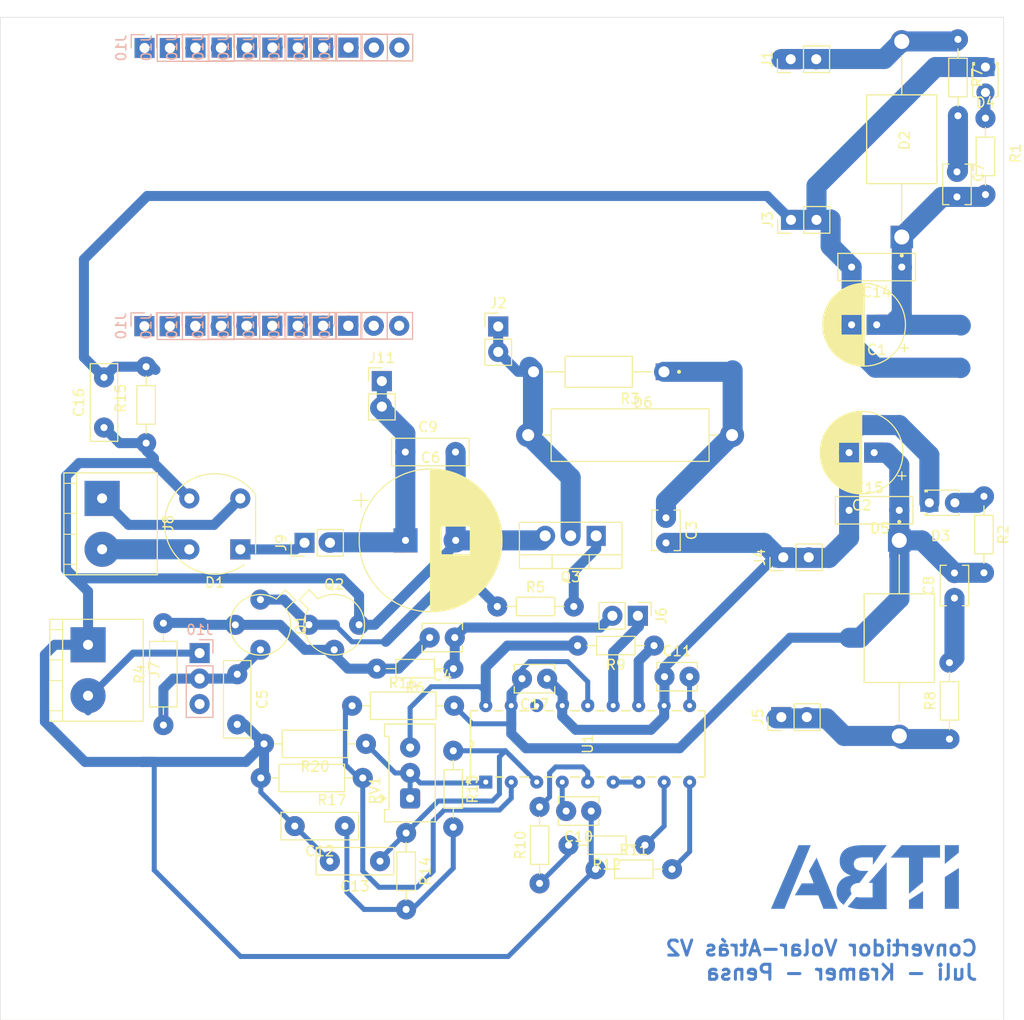
<source format=kicad_pcb>
(kicad_pcb (version 20241229) (generator "pcbnew") (generator_version "9.0")
  (layers (0 "F.Cu" signal) (2 "B.Cu" signal) (13 "F.Paste" user) (15 "B.Paste" user) (5 "F.SilkS" user "F.Silkscreen") (7 "B.SilkS" user "B.Silkscreen") (1 "F.Mask" user) (3 "B.Mask" user) (25 "Edge.Cuts" user))
  (net 0 "")
  (net 1 "GNDREF")
  (net 2 "Vout")
  (net 3 "GND")
  (net 4 "Vrealim")
  (net 5 "Net-(C3-Pad1)")
  (net 6 "Net-(C4-Pad1)")
  (net 7 "16V")
  (net 8 "Net-(D1-+)")
  (net 9 "Net-(U1-CT)")
  (net 10 "Vlinea")
  (net 11 "Vneutro")
  (net 12 "Net-(D3-A)")
  (net 13 "Net-(D4-A)")
  (net 14 "Vdrain")
  (net 15 "Vin")
  (net 16 "Net-(Q1-B)")
  (net 17 "Net-(Q1-E)")
  (net 18 "Net-(Q3-G)")
  (net 19 "Net-(U1-SYNC*)")
  (net 20 "Vref")
  (net 21 "Net-(U1-RESET*)")
  (net 22 "Net-(U1-RTIMING)")
  (net 23 "Net-(U1-SHUTDOWN*)")
  (net 24 "Net-(U1-COMP)")
  (net 25 "Net-(C12-Pad1)")
  (net 26 "Net-(U1-+CURRENT_SENSE)")
  (net 27 "Net-(U1-CSS)")
  (net 28 "Vcontrol")
  (net 29 "Net-(C7-Pad1)")
  (net 30 "Net-(C8-Pad1)")
  (net 31 "Net-(D2-PadA)")
  (net 32 "Net-(D5-PadA)")
  (net 34 "Vrealim'")
  (net 35 "Vref'")
  (net 36 "Vcol")
  (footprint "TCLib:C_2.5mm" (layer "F.Cu") (at 206.1 89.66 -90)
    (property "Reference" "C3")
    (property "Value" "22p-800V")
  )
  (footprint "LED_THT:LED_D1.8mm_W3.3mm_H2.4mm" (layer "F.Cu") (at 237.94 44.71 -90)
    (property "Reference" "D4")
    (property "Value" "LED")
  )
  (footprint "TCLib:PinHeader_1x02_P2.54mm_Vertical" (layer "F.Cu") (at 189.38 70.58)
    (property "Reference" "J2")
    (property "Value" "Connector_2")
  )
  (footprint "TCLib:C_5mm" (layer "F.Cu") (at 224.35 88.91)
    (property "Reference" "C15")
    (property "Value" "1u")
  )
  (footprint "TCLib:C_5mm" (layer "F.Cu") (at 180.12 83.1)
    (property "Reference" "C9")
    (property "Value" "100n-400V")
  )
  (footprint "6A20G:DIOAD1950W125L885D700" (layer "F.Cu") (at 229.6 51.91 90)
    (property "Reference" "D2")
    (property "Value" "6A20G")
  )
  (footprint "TCLib:C_5mm" (layer "F.Cu") (at 177.6 123.9 180)
    (property "Reference" "C13")
    (property "Value" "47p")
  )
  (footprint "TCLib:R_0.125W" (layer "F.Cu") (at 237.94 57.43 90)
    (property "Reference" "R1")
    (property "Value" "1k2")
  )
  (footprint "TCLib:R_0.125W" (layer "F.Cu") (at 199.08 124.7)
    (property "Reference" "R11")
    (property "Value" "18k")
  )
  (footprint "TCLib:R_0.125W" (layer "F.Cu") (at 184.91 104.7 180)
    (property "Reference" "R6")
    (property "Value" "470-0.125W")
  )
  (footprint "TCLib:R_0.125W" (layer "F.Cu") (at 180.2 121.09 -90)
    (property "Reference" "R14")
    (property "Value" "22k")
  )
  (footprint "TCLib:TO-18-3" (layer "F.Cu") (at 171.762224 100.322224)
    (property "Reference" "Q2")
    (property "Value" "2N2907")
  )
  (footprint "TCLib:PinHeader_1x02_P2.54mm_Vertical" (layer "F.Cu") (at 177.78 76.03)
    (property "Reference" "J11")
    (property "Value" "Connector_2")
  )
  (footprint "TCLib:R_0.125W" (layer "F.Cu") (at 235.2 41.95 -90)
    (property "Reference" "R7")
    (property "Value" "R")
  )
  (footprint "TCLib:CP_2.50mm" (layer "F.Cu") (at 226.85 83.16 180)
    (property "Reference" "C2")
    (property "Value" "10u")
  )
  (footprint "Package_TO_SOT_THT:TO-220-3_Vertical" (layer "F.Cu") (at 199.14 91.46 180)
    (property "Reference" "Q3")
    (property "Value" "TRBUZ80")
  )
  (footprint "LED_THT:LED_D1.8mm_W3.3mm_H2.4mm" (layer "F.Cu") (at 232.35 88.16)
    (property "Reference" "D3")
    (property "Value" "LED")
  )
  (footprint "TCLib:C_5mm" (layer "F.Cu") (at 163.37 105.26 -90)
    (property "Reference" "C5")
    (property "Value" "1u")
  )
  (footprint "TCLib:R_0.125W" (layer "F.Cu") (at 154.29 82.21 90)
    (property "Reference" "R15")
    (property "Value" "2Meg2")
  )
  (footprint "TCLib:R_0.125W" (layer "F.Cu") (at 204.91 102.4 180)
    (property "Reference" "R9")
    (property "Value" "22k")
  )
  (footprint "TCLib:R_0.25W" (layer "F.Cu") (at 175.88 115.6 180)
    (property "Reference" "R17")
    (property "Value" "3k9")
  )
  (footprint "TCLib:CP_2.50mm" (layer "F.Cu") (at 227.1 70.41 180)
    (property "Reference" "C1")
    (property "Value" "10u")
  )
  (footprint "TCLib:PinHeader_1x02_P2.54mm_Vertical" (layer "F.Cu") (at 218.535 43.93 90)
    (property "Reference" "J1")
    (property "Value" "Connector_2")
  )
  (footprint "TCLib:C_5mm" (layer "F.Cu") (at 150.09 80.66 90)
    (property "Reference" "C16")
    (property "Value" "1n")
  )
  (footprint "TCLib:C_2.5mm" (layer "F.Cu") (at 205.95 105.5)
    (property "Reference" "C11")
    (property "Value" "1n")
  )
  (footprint "TCLib:R_0.125W" (layer "F.Cu") (at 184.9 112.89 -90)
    (property "Reference" "R13")
    (property "Value" "22k")
  )
  (footprint "TCLib:PinHeader_1x02_P2.54mm_Vertical" (layer "F.Cu") (at 217.595 109.53 90)
    (property "Reference" "J5")
    (property "Value" "Connector_2")
  )
  (footprint "UC3536A:N18" (layer "F.Cu") (at 208.46 108.39 90)
    (property "Reference" "U1")
    (property "Value" "UC3526AN")
  )
  (footprint "6A20G:DIOAD1950W125L885D700" (layer "F.Cu") (at 229.35 101.66 -90)
    (property "Reference" "D5")
    (property "Value" "6A20G")
  )
  (footprint "TCLib:R_0.125W" (layer "F.Cu") (at 237.79 87.52 -90)
    (property "Reference" "R2")
    (property "Value" "1k8")
  )
  (footprint "TCLib:C_2.5mm" (layer "F.Cu") (at 185.05 101.6 180)
    (property "Reference" "C4")
    (property "Value" "1n")
  )
  (footprint "TCLib:Bornera_2_P5mm" (layer "F.Cu") (at 148.5 102.32 -90)
    (property "Reference" "J7")
    (property "Value" "Terminal_2")
  )
  (footprint "TCLib:R_0.125W" (layer "F.Cu") (at 234.35 111.72 90)
    (property "Reference" "R8")
    (property "Value" "R")
  )
  (footprint "TCLib:PinHeader_1x02_P2.54mm_Vertical" (layer "F.Cu") (at 218.56 59.95 90)
    (property "Reference" "J3")
    (property "Value" "Connector_2")
  )
  (footprint "TCLib:R_0.125W" (layer "F.Cu") (at 189.29 98.5)
    (property "Reference" "R5")
    (property "Value" "22-0.125W")
  )
  (footprint "TCLib:PinHeader_1x02_P2.54mm_Vertical" (layer "F.Cu") (at 217.79 93.6 90)
    (property "Reference" "J4")
    (property "Value" "Connector_2")
  )
  (footprint "TCLib:ITBA_Bottom" (layer "F.Cu") (at 226.71 126.05)
    (property "Reference" "REF**" (hide yes))
    (property "Value" "ITBA_Bottom" (hide yes))
  )
  (footprint "TCLib:C_5mm" (layer "F.Cu") (at 229.6 64.66 180)
    (property "Reference" "C14")
    (property "Value" "1u")
  )
  (footprint "TCLib:R_0.125W" (layer "F.Cu") (at 193.5 126.11 90)
    (property "Reference" "R10")
    (property "Value" "22k")
  )
  (footprint "TCLib:R_0.125W" (layer "F.Cu") (at 204.01 122.3 180)
    (property "Reference" "R12")
    (property "Value" "22k")
  )
  (footprint "TCLib:C_5mm" (layer "F.Cu") (at 174.1 120.4 180)
    (property "Reference" "C12")
    (property "Value" "47p")
  )
  (footprint "TCLib:R_1W" (layer "F.Cu") (at 192.365 81.41)
    (property "Reference" "R3")
    (property "Value" "56k-1W")
  )
  (footprint "TCLib:R_0.25W" (layer "F.Cu") (at 174.82 108.4)
    (property "Reference" "R16")
    (property "Value" "10k")
  )
  (footprint "TCLib:R_0.25W" (layer "F.Cu") (at 156.01 110.33 90)
    (property "Reference" "R4")
    (property "Value" "1k-0.25W")
  )
  (footprint "TCLib:R_0.25W" (layer "F.Cu") (at 176.2 112.2 180)
    (property "Reference" "R20")
    (property "Value" "10k")
  )
  (footprint "Diode_THT:Diode_Bridge_Round_D9.8mm" (layer "F.Cu") (at 163.675 92.81 180)
    (property "Reference" "D1")
    (property "Value" "W10M")
  )
  (footprint "TCLib:CP_5.00mm" (layer "F.Cu") (at 180.14 91.91)
    (property "Reference" "C6")
    (property "Value" "47u-400V")
  )
  (footprint "TCLib:C_2.5mm" (layer "F.Cu") (at 198.65 118.9 180)
    (property "Reference" "C10")
    (property "Value" "1n")
  )
  (footprint "TCLib:Bornera_2_P5mm" (layer "F.Cu") (at 149.9 87.72 -90)
    (property "Reference" "J8")
    (property "Value" "Terminal_2")
  )
  (footprint "TCLib:C_2.5mm" (layer "F.Cu") (at 234.85 97.66 90)
    (property "Reference" "C8")
    (property "Value" "C-50V")
  )
  (footprint "TCLib:PinHeader_1x02_P2.54mm_Vertical" (layer "F.Cu") (at 170.075 92.15 90)
    (property "Reference" "J9")
    (property "Value" "Connector_2")
  )
  (footprint "TCLib:RV_Preset_multivuelta_10mm_5mm" (layer "F.Cu") (at 180.6 117.64 90)
    (property "Reference" "RV1")
    (property "Value" "10k")
  )
  (footprint "TCLib:PinHeader_1x02_P2.54mm_Vertical" (layer "F.Cu") (at 203.3 99.43 -90)
    (property "Reference" "J6")
    (property "Value" "Connector_2")
  )
  (footprint "TCLib:C_2.5mm" (layer "F.Cu") (at 194.25 105.7 180)
    (property "Reference" "C17")
    (property "Value" "100n")
  )
  (footprint "TCLib:C_2.5mm" (layer "F.Cu") (at 235.1 55.16 -90)
    (property "Reference" "C7")
    (property "Value" "C-50V")
  )
  (footprint "MUR160:DIOAD1300W80L670D310" (layer "F.Cu") (at 199.4 75.1 180)
    (property "Reference" "D6")
    (property "Value" "MUR160")
  )
  (footprint "TCLib:TO-18-3" (layer "F.Cu") (at 165.677776 99.062224 -90)
    (property "Reference" "Q1")
    (property "Value" "2N2222")
  )
  (footprint "TCLib:PinHeader_1x03_P2.54mm_Vertical" (layer "B.Cu") (at 161.805 70.51 -90)
    (property "Reference" "J10")
    (property "Value" "Connector_3")
  )
  (footprint "TCLib:PinHeader_1x03_P2.54mm_Vertical" (layer "B.Cu") (at 174.43 70.51 -90)
    (property "Reference" "J10")
    (property "Value" "Connector_3")
  )
  (footprint "TCLib:PinHeader_1x03_P2.54mm_Vertical" (layer "B.Cu") (at 159.21 42.77 -90)
    (property "Reference" "J10")
    (property "Value" "Connector_3")
  )
  (footprint "TCLib:PinHeader_1x03_P2.54mm_Vertical" (layer "B.Cu") (at 154.13 42.81 -90)
    (property "Reference" "J10")
    (property "Value" "Connector_3")
  )
  (footprint "TCLib:PinHeader_1x03_P2.54mm_Vertical" (layer "B.Cu") (at 159.62 103.15 180)
    (property "Reference" "J10")
    (property "Value" "Connector_3")
  )
  (footprint "TCLib:PinHeader_1x03_P2.54mm_Vertical" (layer "B.Cu") (at 161.82 42.77 -90)
    (property "Reference" "J10")
    (property "Value" "Connector_3")
  )
  (footprint "TCLib:PinHeader_1x03_P2.54mm_Vertical" (layer "B.Cu") (at 156.655 42.81 -90)
    (property "Reference" "J10")
    (property "Value" "Connector_3")
  )
  (footprint "TCLib:PinHeader_1x03_P2.54mm_Vertical" (layer "B.Cu") (at 166.855 70.51 -90)
    (property "Reference" "J10")
    (property "Value" "Connector_3")
  )
  (footprint "TCLib:PinHeader_1x03_P2.54mm_Vertical" (layer "B.Cu") (at 171.905 70.51 -90)
    (property "Reference" "J10")
    (property "Value" "Connector_3")
  )
  (footprint "TCLib:PinHeader_1x03_P2.54mm_Vertical" (layer "B.Cu") (at 164.33 70.51 -90)
    (property "Reference" "J10")
    (property "Value" "Connector_3")
  )
  (footprint "TCLib:PinHeader_1x03_P2.54mm_Vertical" (layer "B.Cu") (at 154.115 70.55 -90)
    (property "Reference" "J10")
    (property "Value" "Connector_3")
  )
  (footprint "TCLib:PinHeader_1x03_P2.54mm_Vertical" (layer "B.Cu") (at 156.64 70.55 -90)
    (property "Reference" "J10")
    (property "Value" "Connector_3")
  )
  (footprint "TCLib:PinHeader_1x03_P2.54mm_Vertical" (layer "B.Cu") (at 169.38 70.51 -90)
    (property "Reference" "J10")
    (property "Value" "Connector_3")
  )
  (footprint "TCLib:PinHeader_1x03_P2.54mm_Vertical" (layer "B.Cu") (at 164.345 42.77 -90)
    (property "Reference" "J10")
    (property "Value" "Connector_3")
  )
  (footprint "TCLib:PinHeader_1x03_P2.54mm_Vertical" (layer "B.Cu") (at 171.92 42.77 -90)
    (property "Reference" "J10")
    (property "Value" "Connector_3")
  )
  (footprint "TCLib:PinHeader_1x03_P2.54mm_Vertical" (layer "B.Cu") (at 166.87 42.77 -90)
    (property "Reference" "J10")
    (property "Value" "Connector_3")
  )
  (footprint "TCLib:PinHeader_1x03_P2.54mm_Vertical" (layer "B.Cu") (at 159.195 70.51 -90)
    (property "Reference" "J10")
    (property "Value" "Connector_3")
  )
  (footprint "TCLib:PinHeader_1x03_P2.54mm_Vertical" (layer "B.Cu") (at 174.445 42.77 -90)
    (property "Reference" "J10")
    (property "Value" "Connector_3")
  )
  (footprint "TCLib:PinHeader_1x03_P2.54mm_Vertical" (layer "B.Cu") (at 169.395 42.77 -90)
    (property "Reference" "J10")
    (property "Value" "Connector_3")
  )
  (gr_rect (start 139.75 39.75) (end 239.75 139.75) (stroke (width 0.05)) (fill no) (layer "Edge.Cuts"))
  (gr_text "Convertidor Volar-Atrás V2\nJuli - Kramer - Pensa" (at 237.29 133.79 0) (layer "B.Cu") (effects (font (size 1.5 1.5) (thickness 0.3) (bold yes)) (justify left mirror)))
  (segment (start 226.978 74.69) (end 224.6 72.312) (width 2) (layer "B.Cu") (net 1))
  (segment (start 154.29 74.59) (end 154.9 74.59) (width 1) (layer "B.Cu") (net 1))
  (segment (start 224.6 70.41) (end 224.6 64.66) (width 2) (layer "B.Cu") (net 1))
  (segment (start 224.6 72.312) (end 224.6 70.41) (width 2) (layer "B.Cu") (net 1))
  (segment (start 148.09 73.66) (end 148.09 63.88) (width 1) (layer "B.Cu") (net 1))
  (segment (start 154.9 74.59) (end 155.22 74.91) (width 1) (layer "B.Cu") (net 1))
  (segment (start 221.1 59.95) (end 221.1 56.57) (width 2) (layer "B.Cu") (net 1))
  (segment (start 150.09 75.66) (end 151.16 74.59) (width 1) (layer "B.Cu") (net 1))
  (segment (start 222.51 59.91) (end 222.47 59.95) (width 2) (layer "B.Cu") (net 1))
  (segment (start 221.1 56.57) (end 232.96 44.71) (width 2) (layer "B.Cu") (net 1))
  (segment (start 222.51 62.57) (end 224.6 64.66) (width 2) (layer "B.Cu") (net 1))
  (segment (start 235.45 74.73) (end 235.41 74.69) (width 2) (layer "B.Cu") (net 1))
  (segment (start 148.09 63.88) (end 154.4 57.57) (width 1) (layer "B.Cu") (net 1))
  (segment (start 151.16 74.59) (end 154.29 74.59) (width 1) (layer "B.Cu") (net 1))
  (segment (start 222.47 59.95) (end 218.56 59.95) (width 2) (layer "B.Cu") (net 1))
  (segment (start 150.09 75.66) (end 148.09 73.66) (width 1) (layer "B.Cu") (net 1))
  (segment (start 235.41 74.69) (end 226.978 74.69) (width 2) (layer "B.Cu") (net 1))
  (segment (start 216.18 57.57) (end 218.56 59.95) (width 1) (layer "B.Cu") (net 1))
  (segment (start 154.4 57.57) (end 216.18 57.57) (width 1) (layer "B.Cu") (net 1))
  (segment (start 222.51 59.91) (end 222.51 62.57) (width 2) (layer "B.Cu") (net 1))
  (segment (start 232.96 44.71) (end 237.94 44.71) (width 2) (layer "B.Cu") (net 1))
  (segment (start 235.1 57.66) (end 237.715 57.66) (width 2) (layer "B.Cu") (net 2))
  (segment (start 229.6 69.41) (end 229.6 64.66) (width 2) (layer "B.Cu") (net 2))
  (segment (start 233.6 57.66) (end 229.6 61.66) (width 2) (layer "B.Cu") (net 2))
  (segment (start 235.1 57.66) (end 233.6 57.66) (width 2) (layer "B.Cu") (net 2))
  (segment (start 229.6 61.66) (end 229.6 64.66) (width 2) (layer "B.Cu") (net 2))
  (segment (start 237.715 57.66) (end 237.87 57.505) (width 2) (layer "B.Cu") (net 2))
  (segment (start 235.49 70.49) (end 235.41 70.41) (width 2) (layer "B.Cu") (net 2))
  (segment (start 227.1 70.41) (end 228.6 70.41) (width 2) (layer "B.Cu") (net 2))
  (segment (start 228.6 70.41) (end 229.6 69.41) (width 2) (layer "B.Cu") (net 2))
  (segment (start 235.41 70.41) (end 227.1 70.41) (width 2) (layer "B.Cu") (net 2))
  (segment (start 147.6 84.2) (end 146.3 85.5) (width 1) (layer "B.Cu") (net 3))
  (segment (start 195.8 108.35) (end 195.76 108.39) (width 1) (layer "B.Cu") (net 3))
  (segment (start 148.5 102.32) (end 145.18 102.32) (width 1) (layer "B.Cu") (net 3))
  (segment (start 224.35 81.41) (end 224.35 83.16) (width 2) (layer "B.Cu") (net 3))
  (segment (start 155.065 84.2) (end 147.6 84.2) (width 1) (layer "B.Cu") (net 3))
  (segment (start 175.657776 100.332224) (end 175.922224 100.067776) (width 1) (layer "B.Cu") (net 3))
  (segment (start 146.3 85.5) (end 146.3 94.8) (width 1) (layer "B.Cu") (net 3))
  (segment (start 155.065 84.2) (end 155.065 83.715) (width 1) (layer "B.Cu") (net 3))
  (segment (start 144.2 110) (end 148.2 114) (width 1) (layer "B.Cu") (net 3))
  (segment (start 185.14 92.26) (end 185.14 91.91) (width 1) (layer "B.Cu") (net 3))
  (segment (start 155.065 83.715) (end 154.36 83.01) (width 1) (layer "B.Cu") (net 3))
  (segment (start 205.92 109.48) (end 205.92 108.39) (width 1) (layer "B.Cu") (net 3))
  (segment (start 155.1 124.8) (end 155.1 114) (width 0.5) (layer "B.Cu") (net 3))
  (segment (start 185.14 91.91) (end 193.61 91.91) (width 2) (layer "B.Cu") (net 3))
  (segment (start 225.35 80.41) (end 224.35 81.41) (width 2) (layer "B.Cu") (net 3))
  (segment (start 190.38 133.4) (end 163.7 133.4) (width 0.5) (layer "B.Cu") (net 3))
  (segment (start 198.65 118.9) (end 198.65 124.27) (width 0.5) (layer "B.Cu") (net 3))
  (segment (start 163.7 133.4) (end 155.1 124.8) (width 0.5) (layer "B.Cu") (net 3))
  (segment (start 175.512224 100.322224) (end 177.077776 100.322224) (width 1) (layer "B.Cu") (net 3))
  (segment (start 165.72 117.02) (end 165.72 115.6) (width 0.5) (layer "B.Cu") (net 3))
  (segment (start 153.89 114) (end 164.24 114) (width 1) (layer "B.Cu") (net 3))
  (segment (start 173.8 95.7) (end 175.512224 97.412224) (width 1) (layer "B.Cu") (net 3))
  (segment (start 145.18 102.32) (end 144.2 103.3) (width 1) (layer "B.Cu") (net 3))
  (segment (start 217.35 93.66) (end 216.84 93.66) (width 1) (layer "B.Cu") (net 3))
  (segment (start 177.077776 100.322224) (end 185.14 92.26) (width 1) (layer "B.Cu") (net 3))
  (segment (start 198.65 124.27) (end 199.08 124.7) (width 0.5) (layer "B.Cu") (net 3))
  (segment (start 195.8 107.25) (end 195.8 108.35) (width 1) (layer "B.Cu") (net 3))
  (segment (start 166.04 112.2) (end 166.04 115.28) (width 1) (layer "B.Cu") (net 3))
  (segment (start 232.35 83.41) (end 229.35 80.41) (width 2) (layer "B.Cu") (net 3))
  (segment (start 185.14 91.91) (end 185.14 83.12) (width 2) (layer "B.Cu") (net 3))
  (segment (start 205.95 105.5) (end 205.95 108.36) (width 1) (layer "B.Cu") (net 3))
  (segment (start 175.512224 97.412224) (end 175.512224 100.322224) (width 1) (layer "B.Cu") (net 3))
  (segment (start 224.35 88.91) (end 224.35 83.16) (width 2) (layer "B.Cu") (net 3))
  (segment (start 185.12 91.89) (end 185.14 91.91) (width 2) (layer "B.Cu") (net 3))
  (segment (start 216.84 93.66) (end 205.95 104.55) (width 1) (layer "B.Cu") (net 3))
  (segment (start 146.3 94.8) (end 147.2 95.7) (width 1) (layer "B.Cu") (net 3))
  (segment (start 148.5 97) (end 146.3 94.8) (width 1) (layer "B.Cu") (net 3))
  (segment (start 193.61 91.91) (end 194.06 91.46) (width 2) (layer "B.Cu") (net 3))
  (segment (start 224.35 88.91) (end 224.35 91.66) (width 2) (layer "B.Cu") (net 3))
  (segment (start 199.08 124.7) (end 190.38 133.4) (width 0.5) (layer "B.Cu") (net 3))
  (segment (start 148.2 114) (end 153.89 114) (width 1) (layer "B.Cu") (net 3))
  (segment (start 166.04 115.28) (end 165.72 115.6) (width 1) (layer "B.Cu") (net 3))
  (segment (start 154.29 82.21) (end 151.64 82.21) (width 1) (layer "B.Cu") (net 3))
  (segment (start 164.1 110.26) (end 166.04 112.2) (width 1) (layer "B.Cu") (net 3))
  (segment (start 185.14 83.12) (end 185.12 83.1) (width 1) (layer "B.Cu") (net 3))
  (segment (start 205.95 108.36) (end 205.92 108.39) (width 1) (layer "B.Cu") (net 3))
  (segment (start 197.1 110.8) (end 204.6 110.8) (width 1) (layer "B.Cu") (net 3))
  (segment (start 153.89 114) (end 155.1 114) (width 1) (layer "B.Cu") (net 3))
  (segment (start 172.6 123.9) (end 169.1 120.4) (width 0.5) (layer "B.Cu") (net 3))
  (segment (start 229.35 80.41) (end 225.35 80.41) (width 2) (layer "B.Cu") (net 3))
  (segment (start 169.1 120.4) (end 165.72 117.02) (width 0.5) (layer "B.Cu") (net 3))
  (segment (start 204.6 110.8) (end 205.92 109.48) (width 1) (layer "B.Cu") (net 3))
  (segment (start 205.95 104.55) (end 205.95 105.5) (width 1) (layer "B.Cu") (net 3))
  (segment (start 144.2 103.3) (end 144.2 110) (width 1) (layer "B.Cu") (net 3))
  (segment (start 148.5 102.32) (end 148.5 97) (width 1) (layer "B.Cu") (net 3))
  (segment (start 194.25 105.7) (end 195.8 107.25) (width 1) (layer "B.Cu") (net 3))
  (segment (start 224.35 91.66) (end 222.35 93.66) (width 2) (layer "B.Cu") (net 3))
  (segment (start 158.595 87.73) (end 155.065 84.2) (width 1) (layer "B.Cu") (net 3))
  (segment (start 215.85 92.16) (end 217.35 93.66) (width 2) (layer "B.Cu") (net 3))
  (segment (start 163.37 110.26) (end 164.1 110.26) (width 1) (layer "B.Cu") (net 3))
  (segment (start 195.76 109.46) (end 197.1 110.8) (width 1) (layer "B.Cu") (net 3))
  (segment (start 154.36 83.01) (end 154.32 82.97) (width 1) (layer "B.Cu") (net 3))
  (segment (start 195.76 108.39) (end 195.76 109.46) (width 1) (layer "B.Cu") (net 3))
  (segment (start 147.2 95.7) (end 173.8 95.7) (width 1) (layer "B.Cu") (net 3))
  (segment (start 232.35 88.16) (end 232.35 83.41) (width 2) (layer "B.Cu") (net 3))
  (segment (start 154.36 83.01) (end 154.37 83) (width 1) (layer "B.Cu") (net 3))
  (segment (start 195.95 108.2) (end 195.76 108.39) (width 1) (layer "B.Cu") (net 3))
  (segment (start 164.24 114) (end 166.04 112.2) (width 1) (layer "B.Cu") (net 3))
  (segment (start 206.1 92.16) (end 215.85 92.16) (width 2) (layer "B.Cu") (net 3))
  (segment (start 222.35 93.66) (end 217.35 93.66) (width 2) (layer "B.Cu") (net 3))
  (segment (start 151.64 82.21) (end 150.09 80.66) (width 1) (layer "B.Cu") (net 3))
  (segment (start 229.37 93.46) (end 229.35 93.44) (width 2) (layer "B.Cu") (net 4))
  (segment (start 190.68 108.39) (end 190.68 110.2) (width 1) (layer "B.Cu") (net 4))
  (segment (start 190.7 107.2) (end 190.7 108.37) (width 1) (layer "B.Cu") (net 4))
  (segment (start 226.85 83.16) (end 228.1 83.16) (width 2) (layer "B.Cu") (net 4))
  (segment (start 229.37 97.715) (end 229.37 93.46) (width 2) (layer "B.Cu") (net 4))
  (segment (start 190.68 111.18) (end 192.14 112.64) (width 1) (layer "B.Cu") (net 4))
  (segment (start 198.3 106) (end 196.299 103.999) (width 0.5) (layer "B.Cu") (net 4))
  (segment (start 191.75 104.75) (end 191.75 105.7) (width 0.5) (layer "B.Cu") (net 4))
  (segment (start 231.6 91.91) (end 234.85 95.16) (width 2) (layer "B.Cu") (net 4))
  (segment (start 191.75 105.7) (end 191.75 106.15) (width 1) (layer "B.Cu") (net 4))
  (segment (start 191.75 106.15) (end 190.7 107.2) (width 1) (layer "B.Cu") (net 4))
  (segment (start 218.485 101.615) (end 224.37 101.615) (width 1) (layer "B.Cu") (net 4))
  (segment (start 198.3 108.39) (end 198.3 106) (width 0.5) (layer "B.Cu") (net 4))
  (segment (start 229.35 88.91) (end 229.35 91.91) (width 2) (layer "B.Cu") (net 4))
  (segment (start 192.14 112.64) (end 207.46 112.64) (width 1) (layer "B.Cu") (net 4))
  (segment (start 225.47 101.615) (end 229.37 97.715) (width 2) (layer "B.Cu") (net 4))
  (segment (start 234.87 95.14) (end 234.85 95.16) (width 2) (layer "B.Cu") (net 4))
  (segment (start 190.68 110.2) (end 190.68 111.18) (width 1) (layer "B.Cu") (net 4))
  (segment (start 229.35 93.44) (end 229.35 91.91) (width 2) (layer "B.Cu") (net 4))
  (segment (start 186.78 110.2) (end 190.68 110.2) (width 0.5) (layer "B.Cu") (net 4))
  (segment (start 224.37 101.615) (end 225.47 101.615) (width 2) (layer "B.Cu") (net 4))
  (segment (start 228.1 83.16) (end 229.35 84.41) (width 2) (layer "B.Cu") (net 4))
  (segment (start 207.46 112.64) (end 218.485 101.615) (width 1) (layer "B.Cu") (net 4))
  (segment (start 196.299 103.999) (end 192.501 103.999) (width 0.5) (layer "B.Cu") (net 4))
  (segment (start 229.35 91.91) (end 231.6 91.91) (width 2) (layer "B.Cu") (net 4))
  (segment (start 192.501 103.999) (end 191.75 104.75) (width 0.5) (layer "B.Cu") (net 4))
  (segment (start 198.45 108.24) (end 198.3 108.39) (width 1) (layer "B.Cu") (net 4))
  (segment (start 229.35 84.41) (end 229.35 88.91) (width 2) (layer "B.Cu") (net 4))
  (segment (start 237.79 95.14) (end 234.87 95.14) (width 2) (layer "B.Cu") (net 4))
  (segment (start 190.7 108.37) (end 190.68 108.39) (width 1) (layer "B.Cu") (net 4))
  (segment (start 184.98 108.4) (end 186.78 110.2) (width 0.5) (layer "B.Cu") (net 4))
  (segment (start 205.9 75.1) (end 212.595 75.1) (width 2) (layer "B.Cu") (net 5))
  (segment (start 212.745 81.35) (end 212.685 81.41) (width 2) (layer "B.Cu") (net 5))
  (segment (start 212.745 74.95) (end 212.745 81.35) (width 2) (layer "B.Cu") (net 5))
  (segment (start 212.595 75.1) (end 212.745 74.95) (width 1) (layer "B.Cu") (net 5))
  (segment (start 206.1 89.66) (end 206.1 87.995) (width 2) (layer "B.Cu") (net 5))
  (segment (start 206.1 87.995) (end 212.685 81.41) (width 2) (layer "B.Cu") (net 5))
  (segment (start 185.05 104.56) (end 184.91 104.7) (width 1) (layer "B.Cu") (net 6))
  (segment (start 186.05 100.6) (end 199.56 100.6) (width 1) (layer "B.Cu") (net 6))
  (segment (start 199.56 100.6) (end 200.86 99.3) (width 1) (layer "B.Cu") (net 6))
  (segment (start 185.05 101.6) (end 185.05 104.56) (width 1) (layer "B.Cu") (net 6))
  (segment (start 185.05 101.6) (end 186.05 100.6) (width 1) (layer "B.Cu") (net 6))
  (segment (start 148.5 107.4) (end 148.75 107.4) (width 0.7) (layer "B.Cu") (net 7))
  (segment (start 153 103.15) (end 159.62 103.15) (width 0.7) (layer "B.Cu") (net 7))
  (segment (start 148.5 107.4) (end 148.5 109.01) (width 0.7) (layer "B.Cu") (net 7))
  (segment (start 148.75 107.4) (end 153 103.15) (width 0.7) (layer "B.Cu") (net 7))
  (segment (start 169.215 92.81) (end 169.925 92.1) (width 1) (layer "B.Cu") (net 8))
  (segment (start 163.675 92.81) (end 169.215 92.81) (width 1) (layer "B.Cu") (net 8))
  (segment (start 208.45 105.5) (end 208.45 108.38) (width 0.5) (layer "B.Cu") (net 9))
  (segment (start 208.45 108.38) (end 208.46 108.39) (width 0.5) (layer "B.Cu") (net 9))
  (segment (start 149.9 92.8) (end 158.585 92.8) (width 2) (layer "B.Cu") (net 10))
  (segment (start 158.585 92.8) (end 158.595 92.81) (width 2) (layer "B.Cu") (net 10))
  (segment (start 152.545 90.365) (end 161.04 90.365) (width 1) (layer "B.Cu") (net 11))
  (segment (start 161.04 90.365) (end 163.675 87.73) (width 1) (layer "B.Cu") (net 11))
  (segment (start 149.9 87.72) (end 152.545 90.365) (width 1) (layer "B.Cu") (net 11))
  (segment (start 237.15 88.16) (end 237.79 87.52) (width 2) (layer "B.Cu") (net 12))
  (segment (start 234.89 88.16) (end 237.15 88.16) (width 2) (layer "B.Cu") (net 12))
  (segment (start 237.94 49.81) (end 237.94 47.25) (width 1) (layer "B.Cu") (net 13))
  (segment (start 192.9 75.1) (end 191.36 75.1) (width 1) (layer "B.Cu") (net 14))
  (segment (start 192.9 75.005) (end 192.845 74.95) (width 1) (layer "B.Cu") (net 14))
  (segment (start 192.495 74.6) (end 192.845 74.95) (width 2) (layer "B.Cu") (net 14))
  (segment (start 192.845 80.93) (end 192.365 81.41) (width 2) (layer "B.Cu") (net 14))
  (segment (start 192.845 74.95) (end 192.845 80.93) (width 2) (layer "B.Cu") (net 14))
  (segment (start 196.6 85.645) (end 196.6 91.46) (width 2) (layer "B.Cu") (net 14))
  (segment (start 191.36 75.1) (end 189.38 73.12) (width 1) (layer "B.Cu") (net 14))
  (segment (start 189.38 73.12) (end 189.38 70.58) (width 1) (layer "B.Cu") (net 14))
  (segment (start 192.365 81.41) (end 196.6 85.645) (width 2) (layer "B.Cu") (net 14))
  (segment (start 192.9 75.1) (end 192.9 75.005) (width 1) (layer "B.Cu") (net 14))
  (segment (start 179.95 92.1) (end 180.14 91.91) (width 2) (layer "B.Cu") (net 15))
  (segment (start 172.465 92.1) (end 179.95 92.1) (width 2) (layer "B.Cu") (net 15))
  (segment (start 180.12 91.89) (end 180.14 91.91) (width 2) (layer "B.Cu") (net 15))
  (segment (start 177.78 78.57) (end 177.78 76.03) (width 1) (layer "B.Cu") (net 15))
  (segment (start 177.6 78.72) (end 180.12 81.24) (width 2) (layer "B.Cu") (net 15))
  (segment (start 180.12 81.24) (end 180.12 91.89) (width 2) (layer "B.Cu") (net 15))
  (segment (start 162.965552 100.12) (end 163.177776 100.332224) (width 1) (layer "B.Cu") (net 16))
  (segment (start 179.45 104.7) (end 182.55 101.6) (width 1) (layer "B.Cu") (net 16))
  (segment (start 173.032224 102.822224) (end 173.032224 103.332224) (width 1) (layer "B.Cu") (net 16))
  (segment (start 163.177776 100.332224) (end 160.102224 100.332224) (width 1) (layer "B.Cu") (net 16))
  (segment (start 163.177776 100.332224) (end 167.632224 100.332224) (width 1) (layer "B.Cu") (net 16))
  (segment (start 177.29 104.7) (end 179.45 104.7) (width 1) (layer "B.Cu") (net 16))
  (segment (start 174.4 104.7) (end 177.29 104.7) (width 1) (layer "B.Cu") (net 16))
  (segment (start 167.632224 100.332224) (end 170.122224 102.822224) (width 1) (layer "B.Cu") (net 16))
  (segment (start 173.032224 103.332224) (end 174.4 104.7) (width 1) (layer "B.Cu") (net 16))
  (segment (start 170.122224 102.822224) (end 173.032224 102.822224) (width 1) (layer "B.Cu") (net 16))
  (segment (start 159.91 100.14) (end 156.73 100.14) (width 1) (layer "B.Cu") (net 16))
  (segment (start 160.102224 100.332224) (end 159.91 100.14) (width 1) (layer "B.Cu") (net 16))
  (segment (start 168.002224 97.812224) (end 170.512224 100.322224) (width 1) (layer "B.Cu") (net 17))
  (segment (start 187.29 96.5) (end 189.29 98.5) (width 1) (layer "B.Cu") (net 17))
  (segment (start 183.7 96.5) (end 187.29 96.5) (width 1) (layer "B.Cu") (net 17))
  (segment (start 165.677776 97.812224) (end 168.002224 97.812224) (width 1) (layer "B.Cu") (net 17))
  (segment (start 174.807646 102.023224) (end 178.176776 102.023224) (width 0.5) (layer "B.Cu") (net 17))
  (segment (start 173.106646 100.322224) (end 174.807646 102.023224) (width 0.5) (layer "B.Cu") (net 17))
  (segment (start 170.512224 100.322224) (end 173.106646 100.322224) (width 1) (layer "B.Cu") (net 17))
  (segment (start 178.176776 102.023224) (end 183.7 96.5) (width 1) (layer "B.Cu") (net 17))
  (segment (start 196.91 98.5) (end 196.91 94.99) (width 1) (layer "B.Cu") (net 18))
  (segment (start 199.14 92.76) (end 199.14 91.46) (width 1) (layer "B.Cu") (net 18))
  (segment (start 196.91 94.99) (end 199.14 92.76) (width 1) (layer "B.Cu") (net 18))
  (segment (start 204.91 102.4) (end 203.38 103.93) (width 1) (layer "B.Cu") (net 19))
  (segment (start 203.38 103.93) (end 203.38 108.39) (width 1) (layer "B.Cu") (net 19))
  (segment (start 187.54 106.5) (end 182.7 106.5) (width 0.5) (layer "B.Cu") (net 20))
  (segment (start 188.14 107.1) (end 187.54 106.5) (width 0.5) (layer "B.Cu") (net 20))
  (segment (start 190.3 102.4) (end 188.14 104.56) (width 1) (layer "B.Cu") (net 20))
  (segment (start 188.14 104.56) (end 188.14 108.39) (width 1) (layer "B.Cu") (net 20))
  (segment (start 180.6 108.6) (end 180.6 110.2) (width 0.5) (layer "B.Cu") (net 20))
  (segment (start 180.6 110.2) (end 180.6 112.56) (width 0.5) (layer "B.Cu") (net 20))
  (segment (start 196.39 123.22) (end 196.39 122.3) (width 0.5) (layer "B.Cu") (net 20))
  (segment (start 197.29 102.4) (end 190.3 102.4) (width 1) (layer "B.Cu") (net 20))
  (segment (start 188.14 108.39) (end 188.14 107.1) (width 0.5) (layer "B.Cu") (net 20))
  (segment (start 193.5 126.11) (end 196.39 123.22) (width 0.5) (layer "B.Cu") (net 20))
  (segment (start 182.7 106.5) (end 180.6 108.6) (width 0.5) (layer "B.Cu") (net 20))
  (segment (start 197.8 114.5) (end 195.1 114.5) (width 0.5) (layer "B.Cu") (net 21))
  (segment (start 195.1 114.5) (end 194.5 115.1) (width 0.5) (layer "B.Cu") (net 21))
  (segment (start 198.3 115) (end 197.8 114.5) (width 0.5) (layer "B.Cu") (net 21))
  (segment (start 194.5 115.1) (end 194.5 117.49) (width 0.5) (layer "B.Cu") (net 21))
  (segment (start 194.5 117.49) (end 193.5 118.49) (width 0.5) (layer "B.Cu") (net 21))
  (segment (start 198.3 116.01) (end 198.3 115) (width 0.5) (layer "B.Cu") (net 21))
  (segment (start 208.46 122.94) (end 208.46 116.01) (width 0.5) (layer "B.Cu") (net 22))
  (segment (start 206.7 124.7) (end 208.46 122.94) (width 0.5) (layer "B.Cu") (net 22))
  (segment (start 205.92 120.39) (end 205.92 116.01) (width 0.5) (layer "B.Cu") (net 23))
  (segment (start 204.01 122.3) (end 205.92 120.39) (width 0.5) (layer "B.Cu") (net 23))
  (segment (start 189.5 117.2) (end 189.5 113.49) (width 0.5) (layer "B.Cu") (net 24))
  (segment (start 183.39 117.9) (end 188.8 117.9) (width 0.5) (layer "B.Cu") (net 24))
  (segment (start 180.2 121.09) (end 183.39 117.9) (width 0.5) (layer "B.Cu") (net 24))
  (segment (start 177.6 123.69) (end 180.2 121.09) (width 0.5) (layer "B.Cu") (net 24))
  (segment (start 190.1 112.89) (end 193.22 116.01) (width 0.5) (layer "B.Cu") (net 24))
  (segment (start 188.8 117.9) (end 189.5 117.2) (width 0.5) (layer "B.Cu") (net 24))
  (segment (start 189.5 113.49) (end 190.1 112.89) (width 0.5) (layer "B.Cu") (net 24))
  (segment (start 177.6 123.9) (end 177.6 123.69) (width 0.5) (layer "B.Cu") (net 24))
  (segment (start 184.9 112.89) (end 190.1 112.89) (width 0.5) (layer "B.Cu") (net 24))
  (segment (start 174.3 127) (end 174.3 120.6) (width 0.5) (layer "B.Cu") (net 25))
  (segment (start 180.2 128.71) (end 176.01 128.71) (width 0.5) (layer "B.Cu") (net 25))
  (segment (start 184.9 120.51) (end 184.9 124.6) (width 0.5) (layer "B.Cu") (net 25))
  (segment (start 184.9 124.6) (end 180.495 129.005) (width 0.5) (layer "B.Cu") (net 25))
  (segment (start 176.01 128.71) (end 174.3 127) (width 0.5) (layer "B.Cu") (net 25))
  (segment (start 174.3 120.6) (end 174.1 120.4) (width 0.5) (layer "B.Cu") (net 25))
  (segment (start 200.84 116.01) (end 203.38 116.01) (width 0.5) (layer "B.Cu") (net 26))
  (segment (start 195.76 118.51) (end 196.15 118.9) (width 0.5) (layer "B.Cu") (net 27))
  (segment (start 195.76 116.01) (end 195.76 118.51) (width 0.5) (layer "B.Cu") (net 27))
  (segment (start 200.84 103.06) (end 200.84 108.39) (width 1) (layer "B.Cu") (net 28))
  (segment (start 203.4 100.5) (end 200.84 103.06) (width 1) (layer "B.Cu") (net 28))
  (segment (start 203.4 99.3) (end 203.4 100.5) (width 1) (layer "B.Cu") (net 28))
  (segment (start 235.2 55.06) (end 235.1 55.16) (width 2) (layer "B.Cu") (net 29))
  (segment (start 235.2 49.57) (end 235.2 55.06) (width 2) (layer "B.Cu") (net 29))
  (segment (start 234.85 103.6) (end 234.35 104.1) (width 2) (layer "B.Cu") (net 30))
  (segment (start 234.85 97.66) (end 234.85 103.6) (width 2) (layer "B.Cu") (net 30))
  (segment (start 217.6 43.91) (end 222.6 43.91) (width 2) (layer "B.Cu") (net 31))
  (segment (start 227.85 43.91) (end 229.6 42.16) (width 2) (layer "B.Cu") (net 31))
  (segment (start 229.6 42.16) (end 234.99 42.16) (width 2) (layer "B.Cu") (net 31))
  (segment (start 222.6 43.91) (end 227.85 43.91) (width 2) (layer "B.Cu") (net 31))
  (segment (start 234.99 42.16) (end 235.2 41.95) (width 2) (layer "B.Cu") (net 31))
  (segment (start 229.35 111.41) (end 223.85 111.41) (width 2) (layer "B.Cu") (net 32))
  (segment (start 217.1 109.66) (end 222.1 109.66) (width 2) (layer "B.Cu") (net 32))
  (segment (start 223.85 111.41) (end 222.1 109.66) (width 2) (layer "B.Cu") (net 32))
  (segment (start 229.66 111.72) (end 229.35 111.41) (width 2) (layer "B.Cu") (net 32))
  (segment (start 234.35 111.72) (end 229.66 111.72) (width 2) (layer "B.Cu") (net 32))
  (segment (start 189.5 118.8) (end 184 118.8) (width 0.5) (layer "B.Cu") (net 34))
  (segment (start 174.15 114.28) (end 175.47 115.6) (width 0.5) (layer "B.Cu") (net 34))
  (segment (start 177.5 126.5) (end 175.88 124.88) (width 0.5) (layer "B.Cu") (net 34))
  (segment (start 182.9 119.9) (end 182.9 124.9) (width 0.5) (layer "B.Cu") (net 34))
  (segment (start 190.68 117.62) (end 189.5 118.8) (width 0.5) (layer "B.Cu") (net 34))
  (segment (start 174.48 108.4) (end 174.15 108.73) (width 0.5) (layer "B.Cu") (net 34))
  (segment (start 182.9 124.9) (end 181.3 126.5) (width 0.5) (layer "B.Cu") (net 34))
  (segment (start 184 118.8) (end 182.9 119.9) (width 0.5) (layer "B.Cu") (net 34))
  (segment (start 174.82 108.4) (end 174.48 108.4) (width 0.5) (layer "B.Cu") (net 34))
  (segment (start 181.3 126.5) (end 177.5 126.5) (width 0.5) (layer "B.Cu") (net 34))
  (segment (start 190.68 116.01) (end 190.68 117.62) (width 0.5) (layer "B.Cu") (net 34))
  (segment (start 174.15 108.73) (end 174.15 114.28) (width 0.5) (layer "B.Cu") (net 34))
  (segment (start 175.47 115.6) (end 175.88 115.6) (width 0.5) (layer "B.Cu") (net 34))
  (segment (start 175.88 124.88) (end 175.88 115.6) (width 0.5) (layer "B.Cu") (net 34))
  (segment (start 176.2 112.2) (end 179.1 115.1) (width 0.5) (layer "B.Cu") (net 35))
  (segment (start 180.6 115.1) (end 181.6 116.1) (width 0.5) (layer "B.Cu") (net 35))
  (segment (start 188.05 116.1) (end 188.14 116.01) (width 0.5) (layer "B.Cu") (net 35))
  (segment (start 181.6 116.1) (end 188.05 116.1) (width 0.5) (layer "B.Cu") (net 35))
  (segment (start 179.1 115.1) (end 180.6 115.1) (width 0.5) (layer "B.Cu") (net 35))
  (segment (start 180.6 117.64) (end 180.6 115.1) (width 0.5) (layer "B.Cu") (net 35))
  (segment (start 156.01 106.69) (end 157.01 105.69) (width 1) (layer "B.Cu") (net 36))
  (segment (start 157.01 105.69) (end 159.62 105.69) (width 1) (layer "B.Cu") (net 36))
  (segment (start 163.37 105.12) (end 165.677776 102.812224) (width 1) (layer "B.Cu") (net 36))
  (segment (start 165.677776 102.812224) (end 165.487776 102.812224) (width 1) (layer "B.Cu") (net 36))
  (segment (start 162.94 105.69) (end 163.37 105.26) (width 1) (layer "B.Cu") (net 36))
  (segment (start 156.01 110.33) (end 156.01 106.69) (width 1) (layer "B.Cu") (net 36))
  (segment (start 163.37 105.26) (end 163.37 105.12) (width 1) (layer "B.Cu") (net 36))
  (segment (start 159.62 105.69) (end 162.94 105.69) (width 1) (layer "B.Cu") (net 36))
)
</source>
